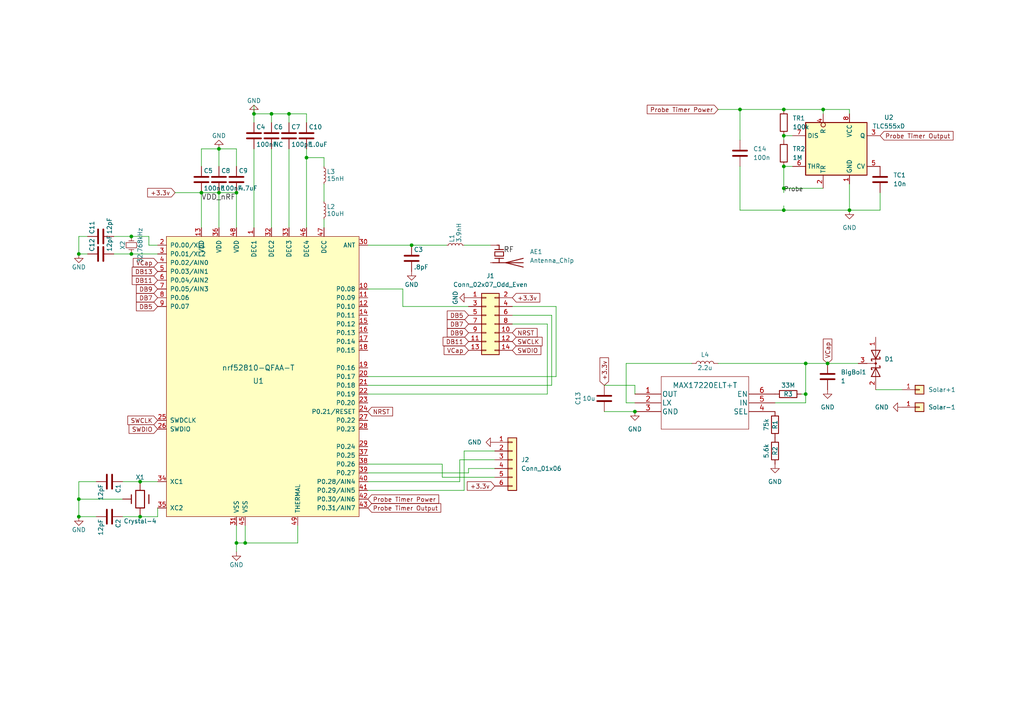
<source format=kicad_sch>
(kicad_sch (version 20211123) (generator eeschema)
  (paper "A4")
  (lib_symbols
    (symbol "Connector_Generic:Conn_01x01" (pin_names (offset 1.016) hide)
      (property "Reference" "J" (at 0 2.54 0))
      (property "Value" "Conn_01x01" (at 0 -2.54 0))
      (symbol "Conn_01x01_1_1"
        (rectangle (start -1.27 0.127) (end 0 -0.127) (stroke (width 0.1524)))
        (rectangle (start -1.27 1.27) (end 1.27 -1.27) (stroke (width 0.254)) (fill (type background)))
        (pin passive line (at -5.08 0 0) (length 3.81) (name "Pin_1") (number "1"))
      )
    )
    (symbol "Connector_Generic:Conn_01x06" (pin_names (offset 1.016) hide)
      (property "Reference" "J" (at 0 7.62 0))
      (property "Value" "Conn_01x06" (at 0 -10.16 0))
      (symbol "Conn_01x06_1_1"
        (rectangle (start -1.27 -7.493) (end 0 -7.747) (stroke (width 0.1524)))
        (rectangle (start -1.27 -4.953) (end 0 -5.207) (stroke (width 0.1524)))
        (rectangle (start -1.27 -2.413) (end 0 -2.667) (stroke (width 0.1524)))
        (rectangle (start -1.27 0.127) (end 0 -0.127) (stroke (width 0.1524)))
        (rectangle (start -1.27 2.667) (end 0 2.413) (stroke (width 0.1524)))
        (rectangle (start -1.27 5.207) (end 0 4.953) (stroke (width 0.1524)))
        (rectangle (start -1.27 6.35) (end 1.27 -8.89) (stroke (width 0.254)) (fill (type background)))
        (pin passive line (at -5.08 5.08 0) (length 3.81) (name "Pin_1") (number "1"))
        (pin passive line (at -5.08 2.54 0) (length 3.81) (name "Pin_2") (number "2"))
        (pin passive line (at -5.08 0 0) (length 3.81) (name "Pin_3") (number "3"))
        (pin passive line (at -5.08 -2.54 0) (length 3.81) (name "Pin_4") (number "4"))
        (pin passive line (at -5.08 -5.08 0) (length 3.81) (name "Pin_5") (number "5"))
        (pin passive line (at -5.08 -7.62 0) (length 3.81) (name "Pin_6") (number "6"))
      )
    )
    (symbol "Connector_Generic:Conn_02x07_Odd_Even" (pin_names (offset 1.016) hide)
      (property "Reference" "J" (at 1.27 10.16 0))
      (property "Value" "Conn_02x07_Odd_Even" (at 1.27 -10.16 0))
      (symbol "Conn_02x07_Odd_Even_1_1"
        (rectangle (start -1.27 -7.493) (end 0 -7.747) (stroke (width 0.1524)))
        (rectangle (start -1.27 -4.953) (end 0 -5.207) (stroke (width 0.1524)))
        (rectangle (start -1.27 -2.413) (end 0 -2.667) (stroke (width 0.1524)))
        (rectangle (start -1.27 0.127) (end 0 -0.127) (stroke (width 0.1524)))
        (rectangle (start -1.27 2.667) (end 0 2.413) (stroke (width 0.1524)))
        (rectangle (start -1.27 5.207) (end 0 4.953) (stroke (width 0.1524)))
        (rectangle (start -1.27 7.747) (end 0 7.493) (stroke (width 0.1524)))
        (rectangle (start -1.27 8.89) (end 3.81 -8.89) (stroke (width 0.254)) (fill (type background)))
        (rectangle (start 3.81 -7.493) (end 2.54 -7.747) (stroke (width 0.1524)))
        (rectangle (start 3.81 -4.953) (end 2.54 -5.207) (stroke (width 0.1524)))
        (rectangle (start 3.81 -2.413) (end 2.54 -2.667) (stroke (width 0.1524)))
        (rectangle (start 3.81 0.127) (end 2.54 -0.127) (stroke (width 0.1524)))
        (rectangle (start 3.81 2.667) (end 2.54 2.413) (stroke (width 0.1524)))
        (rectangle (start 3.81 5.207) (end 2.54 4.953) (stroke (width 0.1524)))
        (rectangle (start 3.81 7.747) (end 2.54 7.493) (stroke (width 0.1524)))
        (pin passive line (at -5.08 7.62 0) (length 3.81) (name "Pin_1") (number "1"))
        (pin passive line (at 7.62 -2.54 180) (length 3.81) (name "Pin_10") (number "10"))
        (pin passive line (at -5.08 -5.08 0) (length 3.81) (name "Pin_11") (number "11"))
        (pin passive line (at 7.62 -5.08 180) (length 3.81) (name "Pin_12") (number "12"))
        (pin passive line (at -5.08 -7.62 0) (length 3.81) (name "Pin_13") (number "13"))
        (pin passive line (at 7.62 -7.62 180) (length 3.81) (name "Pin_14") (number "14"))
        (pin passive line (at 7.62 7.62 180) (length 3.81) (name "Pin_2") (number "2"))
        (pin passive line (at -5.08 5.08 0) (length 3.81) (name "Pin_3") (number "3"))
        (pin passive line (at 7.62 5.08 180) (length 3.81) (name "Pin_4") (number "4"))
        (pin passive line (at -5.08 2.54 0) (length 3.81) (name "Pin_5") (number "5"))
        (pin passive line (at 7.62 2.54 180) (length 3.81) (name "Pin_6") (number "6"))
        (pin passive line (at -5.08 0 0) (length 3.81) (name "Pin_7") (number "7"))
        (pin passive line (at 7.62 0 180) (length 3.81) (name "Pin_8") (number "8"))
        (pin passive line (at -5.08 -2.54 0) (length 3.81) (name "Pin_9") (number "9"))
      )
    )
    (symbol "Custom_Symbols:MAX17220ELT+T" (pin_names (offset 0.254))
      (property "Reference" "U" (at 20.32 10.16 0))
      (property "Value" "MAX17220ELT+T" (at 20.32 7.62 0))
      (symbol "MAX17220ELT+T_1_1"
        (polyline (pts (xy 7.62 -10.16) (xy 33.02 -10.16)) (stroke (width 0.127)))
        (polyline (pts (xy 7.62 5.08) (xy 7.62 -10.16)) (stroke (width 0.127)))
        (polyline (pts (xy 33.02 -10.16) (xy 33.02 5.08)) (stroke (width 0.127)))
        (polyline (pts (xy 33.02 5.08) (xy 7.62 5.08)) (stroke (width 0.127)))
        (pin output line (at 0 0 0) (length 7.62) (name "OUT") (number "1"))
        (pin unspecified line (at 0 -2.54 0) (length 7.62) (name "LX") (number "2"))
        (pin power_in line (at 0 -5.08 0) (length 7.62) (name "GND") (number "3"))
        (pin output line (at 40.64 -5.08 180) (length 7.62) (name "SEL") (number "4"))
        (pin input line (at 40.64 -2.54 180) (length 7.62) (name "IN") (number "5"))
        (pin input line (at 40.64 0 180) (length 7.62) (name "EN") (number "6"))
      )
    )
    (symbol "Device:Antenna_Chip" (pin_numbers hide) (pin_names (offset 1.016) hide)
      (property "Reference" "AE" (at 0 5.08 0))
      (property "Value" "Antenna_Chip" (at 0 3.175 0))
      (symbol "Antenna_Chip_0_1"
        (polyline (pts (xy -2.54 0) (xy -2.54 -0.635)) (stroke (width 0.254)))
        (polyline (pts (xy -2.54 0) (xy -1.27 0)) (stroke (width 0.254)))
        (polyline (pts (xy 1.27 0) (xy 2.54 0)) (stroke (width 0.254)))
        (polyline (pts (xy 1.27 1.27) (xy 1.27 -1.27)) (stroke (width 0.254)))
        (polyline (pts (xy 2.54 -0.635) (xy 2.54 0)))
        (polyline (pts (xy 2.54 6.985) (xy 2.54 -1.905)) (stroke (width 0.254)))
        (polyline (pts (xy -1.27 1.27) (xy -1.27 -1.27) (xy -1.27 0)) (stroke (width 0.254)))
        (polyline (pts (xy 3.81 6.985) (xy 2.54 1.905) (xy 1.27 6.985)) (stroke (width 0.254)))
        (polyline (pts (xy -0.635 1.27) (xy 0.635 1.27) (xy 0.635 -1.27) (xy -0.635 -1.27) (xy -0.635 1.27)) (stroke (width 0.254)))
      )
      (symbol "Antenna_Chip_1_1"
        (pin input line (at -2.54 -2.54 90) (length 2.54) (name "FEED") (number "1"))
        (pin passive line (at 2.54 -2.54 90) (length 2.54) (name "PCB_Trace") (number "2"))
      )
    )
    (symbol "Device:C" (pin_numbers hide) (pin_names (offset 0.254))
      (property "Reference" "C" (at 0.635 2.54 0))
      (property "Value" "C" (at 0.635 -2.54 0))
      (symbol "C_0_1"
        (polyline (pts (xy -2.032 -0.762) (xy 2.032 -0.762)) (stroke (width 0.508)))
        (polyline (pts (xy -2.032 0.762) (xy 2.032 0.762)) (stroke (width 0.508)))
      )
      (symbol "C_1_1"
        (pin passive line (at 0 3.81 270) (length 2.794) (name "~") (number "1"))
        (pin passive line (at 0 -3.81 90) (length 2.794) (name "~") (number "2"))
      )
    )
    (symbol "Device:D_Schottky_Dual_CommonCathode_AAK" (pin_names (offset 0.762) hide)
      (property "Reference" "D" (at 1.27 -2.54 0))
      (property "Value" "D_Schottky_Dual_CommonCathode_AAK" (at 0 2.54 0))
      (symbol "D_Schottky_Dual_CommonCathode_AAK_0_1"
        (polyline (pts (xy -3.81 0) (xy 3.81 0)))
        (polyline (pts (xy 0 0) (xy 0 -2.54)))
        (polyline (pts (xy -1.27 -1.27) (xy -1.27 1.27) (xy -1.27 1.27)) (stroke (width 0.254)))
        (polyline (pts (xy 1.27 -1.27) (xy 1.27 1.27) (xy 1.27 1.27)) (stroke (width 0.254)))
        (polyline (pts (xy -1.27 -1.27) (xy -0.762 -1.27) (xy -0.762 -1.016) (xy -0.762 -1.016)) (stroke (width 0.254)))
        (polyline (pts (xy 1.27 -1.27) (xy 1.778 -1.27) (xy 1.778 -1.016) (xy 1.778 -1.016)) (stroke (width 0.254)))
        (polyline (pts (xy 1.27 1.27) (xy 0.762 1.27) (xy 0.762 1.016) (xy 0.762 1.016)) (stroke (width 0.254)))
        (polyline (pts (xy -1.778 1.016) (xy -1.778 1.27) (xy -1.27 1.27) (xy -1.27 1.27) (xy -1.27 1.27)) (stroke (width 0.254)))
        (polyline (pts (xy -3.81 1.27) (xy -1.27 0) (xy -3.81 -1.27) (xy -3.81 1.27) (xy -3.81 1.27) (xy -3.81 1.27)) (stroke (width 0.254)))
        (polyline (pts (xy 3.81 -1.27) (xy 1.27 0) (xy 3.81 1.27) (xy 3.81 -1.27) (xy 3.81 -1.27) (xy 3.81 -1.27)) (stroke (width 0.254)))
        (circle (center 0 0) (radius 0.254) (fill (type outline)))
        (pin passive line (at -7.62 0 0) (length 3.81) (name "A") (number "1"))
        (pin passive line (at 7.62 0 180) (length 3.81) (name "A") (number "2"))
        (pin passive line (at 0 -5.08 90) (length 2.54) (name "K") (number "3"))
      )
    )
    (symbol "Device:L" (pin_numbers hide) (pin_names (offset 1.016) hide)
      (property "Reference" "L" (at -1.27 0 90))
      (property "Value" "L" (at 1.905 0 90))
      (symbol "L_0_1"
        (arc (start 0 -2.54) (mid 0.635 -1.905) (end 0 -1.27))
        (arc (start 0 -1.27) (mid 0.635 -0.635) (end 0 0))
        (arc (start 0 0) (mid 0.635 0.635) (end 0 1.27))
        (arc (start 0 1.27) (mid 0.635 1.905) (end 0 2.54))
      )
      (symbol "L_1_1"
        (pin passive line (at 0 3.81 270) (length 1.27) (name "1") (number "1"))
        (pin passive line (at 0 -3.81 90) (length 1.27) (name "2") (number "2"))
      )
    )
    (symbol "Device:R" (pin_numbers hide) (pin_names (offset 0))
      (property "Reference" "R" (at 2.032 0 90))
      (property "Value" "R" (at 0 0 90))
      (symbol "R_0_1"
        (rectangle (start -1.016 -2.54) (end 1.016 2.54) (stroke (width 0.254)))
      )
      (symbol "R_1_1"
        (pin passive line (at 0 3.81 270) (length 1.27) (name "~") (number "1"))
        (pin passive line (at 0 -3.81 90) (length 1.27) (name "~") (number "2"))
      )
    )
    (symbol "GND_1" (power) (pin_names (offset 0))
      (property "Value" "GND_1" (at 0 -3.81 0))
      (symbol "GND_1_0_1"
        (polyline (pts (xy 0 0) (xy 0 -1.27) (xy 1.27 -1.27) (xy 0 -2.54) (xy -1.27 -1.27) (xy 0 -1.27)))
      )
      (symbol "GND_1_1_1"
        (pin power_in line (at 0 0 270) (length 0) hide (name "GND") (number "1"))
      )
    )
    (symbol "Timer:TLC555xD"
      (property "Reference" "U1" (at 15.24 9.1188 0))
      (property "Value" "TLC555xD" (at 15.24 6.5788 0))
      (symbol "TLC555xD_0_0"
        (pin power_in line (at 3.81 -10.16 90) (length 2.54) (name "GND") (number "1"))
        (pin power_in line (at 3.81 10.16 270) (length 2.54) (name "VCC") (number "8"))
      )
      (symbol "TLC555xD_0_1"
        (rectangle (start -8.89 -7.62) (end 8.89 7.62) (stroke (width 0.254)) (fill (type background)))
        (rectangle (start -8.89 -7.62) (end 8.89 7.62) (stroke (width 0.254)) (fill (type background)))
      )
      (symbol "TLC555xD_1_1"
        (pin input line (at -3.81 -11.43 90) (length 3.81) (name "TR") (number "2"))
        (pin output line (at 12.7 3.81 180) (length 3.81) (name "Q") (number "3"))
        (pin input inverted (at -3.81 10.16 270) (length 3.81) (name "R") (number "4"))
        (pin input line (at 12.7 -5.08 180) (length 3.81) (name "CV") (number "5"))
        (pin input line (at -12.7 -5.08 0) (length 3.81) (name "THR") (number "6"))
        (pin input line (at -12.7 3.81 0) (length 3.81) (name "DIS") (number "7"))
      )
    )
    (symbol "nrf51822:Crystal-4" (pin_numbers hide) (pin_names (offset 1.016) hide)
      (property "Reference" "X" (at 0 6.35 0))
      (property "Value" "Crystal-4" (at 0 -6.35 0))
      (symbol "Crystal-4_0_1"
        (rectangle (start -1.27 2.54) (end 1.27 -2.54) (stroke (width 0.3048)))
        (polyline (pts (xy -2.54 -1.27) (xy -2.54 1.27)) (stroke (width 0.3048)))
        (polyline (pts (xy 2.54 -1.27) (xy 2.54 1.27)) (stroke (width 0.3048)))
      )
      (symbol "Crystal-4_1_1"
        (pin passive line (at 0 5.08 270) (length 2.54) (name "1") (number "1"))
        (pin passive line (at -5.08 0 0) (length 2.54) (name "4") (number "2"))
        (pin passive line (at 0 -5.08 90) (length 2.54) (name "3") (number "3"))
        (pin passive line (at -5.08 0 0) (length 2.54) (name "4") (number "4"))
      )
    )
    (symbol "nrf51822:nrf52832-qfax" (pin_names (offset 1.016))
      (property "Reference" "U" (at -1.27 -1.27 0))
      (property "Value" "nrf52832-qfax" (at -1.27 2.54 0))
      (symbol "nrf52832-qfax_0_1"
        (rectangle (start -27.94 40.64) (end 27.94 -40.64) (fill (type background)))
      )
      (symbol "nrf52832-qfax_1_1"
        (pin power_in line (at -2.54 43.18 270) (length 2.54) (name "DEC1") (number "1"))
        (pin bidirectional line (at 30.48 25.4 180) (length 2.54) (name "P0.08") (number "10"))
        (pin bidirectional line (at 30.48 22.86 180) (length 2.54) (name "P0.09") (number "11"))
        (pin bidirectional line (at 30.48 20.32 180) (length 2.54) (name "P0.10") (number "12"))
        (pin power_in line (at -17.78 43.18 270) (length 2.54) (name "VDD") (number "13"))
        (pin bidirectional line (at 30.48 17.78 180) (length 2.54) (name "P0.11") (number "14"))
        (pin bidirectional line (at 30.48 15.24 180) (length 2.54) (name "P0.12") (number "15"))
        (pin bidirectional line (at 30.48 12.7 180) (length 2.54) (name "P0.13") (number "16"))
        (pin bidirectional line (at 30.48 10.16 180) (length 2.54) (name "P0.14") (number "17"))
        (pin bidirectional line (at 30.48 7.62 180) (length 2.54) (name "P0.15") (number "18"))
        (pin bidirectional line (at 30.48 2.54 180) (length 2.54) (name "P0.16") (number "19"))
        (pin bidirectional line (at -30.48 38.1 0) (length 2.54) (name "P0.00/XL1") (number "2"))
        (pin bidirectional line (at 30.48 0 180) (length 2.54) (name "P0.17") (number "20"))
        (pin bidirectional line (at 30.48 -2.54 180) (length 2.54) (name "P0.18") (number "21"))
        (pin bidirectional line (at 30.48 -5.08 180) (length 2.54) (name "P0.19") (number "22"))
        (pin bidirectional line (at 30.48 -7.62 180) (length 2.54) (name "P0.20") (number "23"))
        (pin bidirectional line (at 30.48 -10.16 180) (length 2.54) (name "P0.21/RESET") (number "24"))
        (pin input line (at -30.48 -12.7 0) (length 2.54) (name "SWDCLK") (number "25"))
        (pin input line (at -30.48 -15.24 0) (length 2.54) (name "SWDIO") (number "26"))
        (pin bidirectional line (at 30.48 -12.7 180) (length 2.54) (name "P0.22") (number "27"))
        (pin bidirectional line (at 30.48 -15.24 180) (length 2.54) (name "P0.23") (number "28"))
        (pin bidirectional line (at 30.48 -20.32 180) (length 2.54) (name "P0.24") (number "29"))
        (pin bidirectional line (at -30.48 35.56 0) (length 2.54) (name "P0.01/XL2") (number "3"))
        (pin bidirectional line (at 30.48 38.1 180) (length 2.54) (name "ANT") (number "30"))
        (pin power_in line (at -7.62 -43.18 90) (length 2.54) (name "VSS") (number "31"))
        (pin power_in line (at 2.54 43.18 270) (length 2.54) (name "DEC2") (number "32"))
        (pin power_in line (at 7.62 43.18 270) (length 2.54) (name "DEC3") (number "33"))
        (pin input line (at -30.48 -30.48 0) (length 2.54) (name "XC1") (number "34"))
        (pin output line (at -30.48 -38.1 0) (length 2.54) (name "XC2") (number "35"))
        (pin power_in line (at -12.7 43.18 270) (length 2.54) (name "VDD") (number "36"))
        (pin bidirectional line (at 30.48 -22.86 180) (length 2.54) (name "P0.25") (number "37"))
        (pin bidirectional line (at 30.48 -25.4 180) (length 2.54) (name "P0.26") (number "38"))
        (pin bidirectional line (at 30.48 -27.94 180) (length 2.54) (name "P0.27") (number "39"))
        (pin bidirectional line (at -30.48 33.02 0) (length 2.54) (name "P0.02/AIN0") (number "4"))
        (pin bidirectional line (at 30.48 -30.48 180) (length 2.54) (name "P0.28/AIN4") (number "40"))
        (pin bidirectional line (at 30.48 -33.02 180) (length 2.54) (name "P0.29/AIN5") (number "41"))
        (pin bidirectional line (at 30.48 -35.56 180) (length 2.54) (name "P0.30/AIN6") (number "42"))
        (pin bidirectional line (at 30.48 -38.1 180) (length 2.54) (name "P0.31/AIN7") (number "43"))
        (pin power_in line (at -16.51 -43.18 90) (length 2.54) hide (name "NC") (number "44"))
        (pin power_in line (at -5.08 -43.18 90) (length 2.54) (name "VSS") (number "45"))
        (pin power_in line (at 12.7 43.18 270) (length 2.54) (name "DEC4") (number "46"))
        (pin power_in line (at 17.78 43.18 270) (length 2.54) (name "DCC") (number "47"))
        (pin power_in line (at -7.62 43.18 270) (length 2.54) (name "VDD") (number "48"))
        (pin power_in line (at 10.16 -43.18 90) (length 2.54) (name "THERMAL") (number "49"))
        (pin bidirectional line (at -30.48 30.48 0) (length 2.54) (name "P0.03/AIN1") (number "5"))
        (pin bidirectional line (at -30.48 27.94 0) (length 2.54) (name "P0.04/AIN2") (number "6"))
        (pin bidirectional line (at -30.48 25.4 0) (length 2.54) (name "P0.05/AIN3") (number "7"))
        (pin bidirectional line (at -30.48 22.86 0) (length 2.54) (name "P0.06") (number "8"))
        (pin bidirectional line (at -30.48 20.32 0) (length 2.54) (name "P0.07") (number "9"))
      )
    )
    (symbol "nrf51x22_qfax_dcdc-rescue:C" (pin_numbers hide) (pin_names (offset 0.254))
      (property "Reference" "C" (at 0.635 2.54 0))
      (property "Value" "C" (at 0.635 -2.54 0))
      (symbol "C_0_1"
        (polyline (pts (xy -2.032 -0.762) (xy 2.032 -0.762)) (stroke (width 0.508)))
        (polyline (pts (xy -2.032 0.762) (xy 2.032 0.762)) (stroke (width 0.508)))
      )
      (symbol "C_1_1"
        (pin passive line (at 0 3.81 270) (length 2.794) (name "~") (number "1"))
        (pin passive line (at 0 -3.81 90) (length 2.794) (name "~") (number "2"))
      )
    )
    (symbol "nrf51x22_qfax_dcdc-rescue:Crystal_Small" (pin_numbers hide) (pin_names (offset 1.016) hide)
      (property "Reference" "Y" (at 0 2.54 0))
      (property "Value" "Crystal_Small" (at 0 -2.54 0))
      (symbol "Crystal_Small_0_1"
        (rectangle (start -0.762 -1.524) (end 0.762 1.524))
        (polyline (pts (xy -1.27 -0.762) (xy -1.27 0.762)))
        (polyline (pts (xy 1.27 -0.762) (xy 1.27 0.762)))
      )
      (symbol "Crystal_Small_1_1"
        (pin passive line (at -2.54 0 0) (length 1.27) (name "1") (number "1"))
        (pin passive line (at 2.54 0 180) (length 1.27) (name "2") (number "2"))
      )
    )
    (symbol "nrf51x22_qfax_dcdc-rescue:GND" (power) (pin_names (offset 0))
      (property "Value" "GND" (at 0 -3.81 0))
      (symbol "GND_0_1"
        (polyline (pts (xy 0 0) (xy 0 -1.27) (xy 1.27 -1.27) (xy 0 -2.54) (xy -1.27 -1.27) (xy 0 -1.27)))
      )
      (symbol "GND_1_1"
        (pin power_in line (at 0 0 270) (length 0) hide (name "GND") (number "1"))
      )
    )
    (symbol "nrf51x22_qfax_dcdc-rescue:L_Small" (pin_numbers hide) (pin_names (offset 0.254) hide)
      (property "Reference" "L" (at 0.762 1.016 0))
      (property "Value" "L_Small" (at 0.762 -1.016 0))
      (symbol "L_Small_0_1"
        (arc (start 0 -2.032) (mid 0.508 -1.524) (end 0 -1.016))
        (arc (start 0 -1.016) (mid 0.508 -0.508) (end 0 0))
        (arc (start 0 0) (mid 0.508 0.508) (end 0 1.016))
        (arc (start 0 1.016) (mid 0.508 1.524) (end 0 2.032))
      )
      (symbol "L_Small_1_1"
        (pin passive line (at 0 2.54 270) (length 0.508) (name "~") (number "1"))
        (pin passive line (at 0 -2.54 90) (length 0.508) (name "~") (number "2"))
      )
    )
    (symbol "power:GND" (power) (pin_names (offset 0))
      (property "Value" "GND" (at 0 -3.81 0))
      (symbol "GND_0_1"
        (polyline (pts (xy 0 0) (xy 0 -1.27) (xy 1.27 -1.27) (xy 0 -2.54) (xy -1.27 -1.27) (xy 0 -1.27)))
      )
      (symbol "GND_1_1"
        (pin power_in line (at 0 0 270) (length 0) hide (name "GND") (number "1"))
      )
    )
  )
  (junction (at 68.58 157.48))
  (junction (at 73.66 33.02))
  (junction (at 227.33 48.26))
  (junction (at 63.5 55.88))
  (junction (at 38.1 73.66))
  (junction (at 38.1 68.58))
  (junction (at 233.68 105.41))
  (junction (at 227.33 60.96))
  (junction (at 68.58 55.88))
  (junction (at 63.5 43.18))
  (junction (at 184.15 119.38))
  (junction (at 83.82 33.02))
  (junction (at 233.68 114.3))
  (junction (at 71.12 157.48))
  (junction (at 246.38 60.96))
  (junction (at 214.63 31.75))
  (junction (at 227.33 31.75))
  (junction (at 40.64 149.86))
  (junction (at 227.33 39.37))
  (junction (at 119.38 71.12))
  (junction (at 88.9 45.72))
  (junction (at 238.76 31.75))
  (junction (at 40.64 139.7))
  (junction (at 240.03 105.41))
  (junction (at 78.74 33.02))
  (junction (at 58.42 55.88))
  (junction (at 227.33 54.61))
  (junction (at 22.86 144.78))
  (junction (at 22.86 73.66))
  (junction (at 22.86 149.86))
  (wire (pts (xy 233.68 114.3) (xy 233.68 105.41)))
  (wire (pts (xy 33.02 73.66) (xy 38.1 73.66)))
  (wire (pts (xy 175.26 119.38) (xy 184.15 119.38)))
  (wire (pts (xy 160.02 91.44) (xy 148.59 91.44)))
  (wire (pts (xy 58.42 48.26) (xy 58.42 43.18)))
  (wire (pts (xy 68.58 157.48) (xy 68.58 160.02)))
  (wire (pts (xy 71.12 152.4) (xy 71.12 157.48)))
  (wire (pts (xy 83.82 43.18) (xy 83.82 66.04)))
  (wire (pts (xy 233.68 105.41) (xy 240.03 105.41)))
  (wire (pts (xy 106.68 134.62) (xy 128.27 134.62)))
  (wire (pts (xy 83.82 33.02) (xy 83.82 35.56)))
  (wire (pts (xy 63.5 43.18) (xy 68.58 43.18)))
  (wire (pts (xy 134.62 130.81) (xy 143.51 130.81)))
  (wire (pts (xy 224.79 116.84) (xy 233.68 116.84)))
  (wire (pts (xy 240.03 105.41) (xy 248.92 105.41)))
  (wire (pts (xy 233.68 105.41) (xy 208.28 105.41)))
  (wire (pts (xy 238.76 54.61) (xy 227.33 54.61)))
  (wire (pts (xy 181.61 116.84) (xy 181.61 105.41)))
  (wire (pts (xy 40.64 139.7) (xy 45.72 139.7)))
  (wire (pts (xy 133.35 133.35) (xy 143.51 133.35)))
  (wire (pts (xy 227.33 54.61) (xy 227.33 48.26)))
  (wire (pts (xy 93.98 53.34) (xy 93.98 58.42)))
  (wire (pts (xy 63.5 48.26) (xy 63.5 43.18)))
  (wire (pts (xy 73.66 33.02) (xy 78.74 33.02)))
  (wire (pts (xy 227.33 60.96) (xy 246.38 60.96)))
  (wire (pts (xy 227.33 59.69) (xy 227.33 60.96)))
  (wire (pts (xy 106.68 137.16) (xy 135.89 137.16)))
  (wire (pts (xy 68.58 152.4) (xy 68.58 157.48)))
  (wire (pts (xy 93.98 45.72) (xy 93.98 48.26)))
  (wire (pts (xy 73.66 43.18) (xy 73.66 66.04)))
  (wire (pts (xy 22.86 149.86) (xy 27.94 149.86)))
  (wire (pts (xy 184.15 111.76) (xy 175.26 111.76)))
  (wire (pts (xy 43.18 68.58) (xy 38.1 68.58)))
  (wire (pts (xy 22.86 139.7) (xy 22.86 144.78)))
  (wire (pts (xy 227.33 39.37) (xy 229.87 39.37)))
  (wire (pts (xy 184.15 116.84) (xy 181.61 116.84)))
  (wire (pts (xy 227.33 48.26) (xy 229.87 48.26)))
  (wire (pts (xy 93.98 45.72) (xy 88.9 45.72)))
  (wire (pts (xy 78.74 43.18) (xy 78.74 66.04)))
  (wire (pts (xy 25.4 68.58) (xy 22.86 68.58)))
  (wire (pts (xy 45.72 149.86) (xy 45.72 147.32)))
  (wire (pts (xy 38.1 73.66) (xy 45.72 73.66)))
  (wire (pts (xy 73.66 33.02) (xy 73.66 35.56)))
  (wire (pts (xy 88.9 33.02) (xy 88.9 35.56)))
  (wire (pts (xy 128.27 134.62) (xy 128.27 138.43)))
  (wire (pts (xy 35.56 139.7) (xy 40.64 139.7)))
  (wire (pts (xy 246.38 60.96) (xy 246.38 53.34)))
  (wire (pts (xy 40.64 149.86) (xy 45.72 149.86)))
  (wire (pts (xy 214.63 60.96) (xy 227.33 60.96)))
  (wire (pts (xy 88.9 43.18) (xy 88.9 45.72)))
  (wire (pts (xy 58.42 43.18) (xy 63.5 43.18)))
  (wire (pts (xy 135.89 137.16) (xy 135.89 135.89)))
  (wire (pts (xy 38.1 68.58) (xy 33.02 68.58)))
  (wire (pts (xy 88.9 45.72) (xy 88.9 66.04)))
  (wire (pts (xy 181.61 105.41) (xy 200.66 105.41)))
  (wire (pts (xy 116.84 83.82) (xy 116.84 88.9)))
  (wire (pts (xy 119.38 71.12) (xy 129.54 71.12)))
  (wire (pts (xy 106.68 109.22) (xy 161.29 109.22)))
  (wire (pts (xy 43.18 71.12) (xy 43.18 68.58)))
  (wire (pts (xy 106.68 71.12) (xy 119.38 71.12)))
  (wire (pts (xy 68.58 43.18) (xy 68.58 48.26)))
  (wire (pts (xy 106.68 83.82) (xy 116.84 83.82)))
  (wire (pts (xy 134.62 142.24) (xy 134.62 130.81)))
  (wire (pts (xy 106.68 111.76) (xy 160.02 111.76)))
  (wire (pts (xy 35.56 144.78) (xy 22.86 144.78)))
  (wire (pts (xy 246.38 31.75) (xy 238.76 31.75)))
  (wire (pts (xy 214.63 31.75) (xy 214.63 40.64)))
  (wire (pts (xy 232.41 114.3) (xy 233.68 114.3)))
  (wire (pts (xy 134.62 71.12) (xy 142.24 71.12)))
  (wire (pts (xy 78.74 33.02) (xy 83.82 33.02)))
  (wire (pts (xy 93.98 66.04) (xy 93.98 63.5)))
  (wire (pts (xy 238.76 31.75) (xy 227.33 31.75)))
  (wire (pts (xy 208.28 31.75) (xy 214.63 31.75)))
  (wire (pts (xy 255.27 55.88) (xy 255.27 60.96)))
  (wire (pts (xy 128.27 138.43) (xy 143.51 138.43)))
  (wire (pts (xy 63.5 55.88) (xy 68.58 55.88)))
  (wire (pts (xy 214.63 48.26) (xy 214.63 60.96)))
  (wire (pts (xy 35.56 149.86) (xy 40.64 149.86)))
  (wire (pts (xy 227.33 39.37) (xy 227.33 40.64)))
  (wire (pts (xy 22.86 68.58) (xy 22.86 73.66)))
  (wire (pts (xy 63.5 66.04) (xy 63.5 55.88)))
  (wire (pts (xy 106.68 139.7) (xy 133.35 139.7)))
  (wire (pts (xy 58.42 66.04) (xy 58.42 55.88)))
  (wire (pts (xy 78.74 33.02) (xy 78.74 35.56)))
  (wire (pts (xy 68.58 157.48) (xy 71.12 157.48)))
  (wire (pts (xy 106.68 114.3) (xy 158.75 114.3)))
  (wire (pts (xy 158.75 114.3) (xy 158.75 93.98)))
  (wire (pts (xy 45.72 71.12) (xy 43.18 71.12)))
  (wire (pts (xy 106.68 142.24) (xy 134.62 142.24)))
  (wire (pts (xy 158.75 93.98) (xy 148.59 93.98)))
  (wire (pts (xy 27.94 139.7) (xy 22.86 139.7)))
  (wire (pts (xy 255.27 60.96) (xy 246.38 60.96)))
  (wire (pts (xy 133.35 139.7) (xy 133.35 133.35)))
  (wire (pts (xy 58.42 55.88) (xy 63.5 55.88)))
  (wire (pts (xy 233.68 116.84) (xy 233.68 114.3)))
  (wire (pts (xy 184.15 114.3) (xy 184.15 111.76)))
  (wire (pts (xy 238.76 31.75) (xy 238.76 33.02)))
  (wire (pts (xy 68.58 55.88) (xy 68.58 66.04)))
  (wire (pts (xy 227.33 54.61) (xy 227.33 55.88)))
  (wire (pts (xy 86.36 157.48) (xy 86.36 152.4)))
  (wire (pts (xy 214.63 31.75) (xy 227.33 31.75)))
  (wire (pts (xy 161.29 109.22) (xy 161.29 88.9)))
  (wire (pts (xy 83.82 33.02) (xy 88.9 33.02)))
  (wire (pts (xy 135.89 135.89) (xy 143.51 135.89)))
  (wire (pts (xy 254 113.03) (xy 261.62 113.03)))
  (wire (pts (xy 71.12 157.48) (xy 86.36 157.48)))
  (wire (pts (xy 246.38 33.02) (xy 246.38 31.75)))
  (wire (pts (xy 160.02 111.76) (xy 160.02 91.44)))
  (wire (pts (xy 22.86 73.66) (xy 25.4 73.66)))
  (wire (pts (xy 116.84 88.9) (xy 135.89 88.9)))
  (wire (pts (xy 50.8 55.88) (xy 58.42 55.88)))
  (wire (pts (xy 73.66 30.48) (xy 73.66 33.02)))
  (wire (pts (xy 22.86 144.78) (xy 22.86 149.86)))
  (wire (pts (xy 161.29 88.9) (xy 148.59 88.9)))
  (label "RF" (at 146.05 73.66 0) (effects (font (size 1.524 1.524))))
  (label "Probe" (at 227.33 55.88 0))
  (label "VDD_nRF" (at 58.42 58.42 0) (effects (font (size 1.524 1.524))))
  (global_label "SWDIO" (shape input) (at 45.72 124.46 180) (property "Intersheet References" "${INTERSHEET_REFS}" (effects hide)))
  (global_label "DB11" (shape input) (at 135.89 99.06 180) (property "Intersheet References" "${INTERSHEET_REFS}" (effects hide)))
  (global_label "DB11" (shape input) (at 45.72 81.28 180) (property "Intersheet References" "${INTERSHEET_REFS}" (effects hide)))
  (global_label "VCap" (shape input) (at 45.72 76.2 180) (property "Intersheet References" "${INTERSHEET_REFS}" (effects hide)))
  (global_label "VCap" (shape input) (at 240.03 105.41 90) (property "Intersheet References" "${INTERSHEET_REFS}" (effects hide)))
  (global_label "NRST" (shape input) (at 148.59 96.52 0) (property "Intersheet References" "${INTERSHEET_REFS}" (effects hide)))
  (global_label "+3.3v" (shape input) (at 143.51 140.97 180) (property "Intersheet References" "${INTERSHEET_REFS}" (effects hide)))
  (global_label "+3.3v" (shape input) (at 175.26 111.76 90) (property "Intersheet References" "${INTERSHEET_REFS}" (effects hide)))
  (global_label "SWDIO" (shape input) (at 148.59 101.6 0) (property "Intersheet References" "${INTERSHEET_REFS}" (effects hide)))
  (global_label "DB5" (shape input) (at 135.89 91.44 180) (property "Intersheet References" "${INTERSHEET_REFS}" (effects hide)))
  (global_label "DB9" (shape input) (at 135.89 96.52 180) (property "Intersheet References" "${INTERSHEET_REFS}" (effects hide)))
  (global_label "SWCLK" (shape input) (at 148.59 99.06 0) (property "Intersheet References" "${INTERSHEET_REFS}" (effects hide)))
  (global_label "NRST" (shape input) (at 106.68 119.38 0) (property "Intersheet References" "${INTERSHEET_REFS}" (effects hide)))
  (global_label "VCap" (shape input) (at 135.89 101.6 180) (property "Intersheet References" "${INTERSHEET_REFS}" (effects hide)))
  (global_label "+3.3v" (shape input) (at 50.8 55.88 180) (property "Intersheet References" "${INTERSHEET_REFS}" (effects hide)))
  (global_label "Probe Timer Power" (shape input) (at 106.68 144.78 0) (property "Intersheet References" "${INTERSHEET_REFS}" (effects hide)))
  (global_label "DB13" (shape input) (at 45.72 78.74 180) (property "Intersheet References" "${INTERSHEET_REFS}" (effects hide)))
  (global_label "Probe Timer Power" (shape input) (at 208.28 31.75 180) (property "Intersheet References" "${INTERSHEET_REFS}" (effects hide)))
  (global_label "DB5" (shape input) (at 45.72 88.9 180) (property "Intersheet References" "${INTERSHEET_REFS}" (effects hide)))
  (global_label "+3.3v" (shape input) (at 148.59 86.36 0) (property "Intersheet References" "${INTERSHEET_REFS}" (effects hide)))
  (global_label "Probe Timer Output" (shape input) (at 106.68 147.32 0) (property "Intersheet References" "${INTERSHEET_REFS}" (effects hide)))
  (global_label "DB7" (shape input) (at 45.72 86.36 180) (property "Intersheet References" "${INTERSHEET_REFS}" (effects hide)))
  (global_label "SWCLK" (shape input) (at 45.72 121.92 180) (property "Intersheet References" "${INTERSHEET_REFS}" (effects hide)))
  (global_label "DB7" (shape input) (at 135.89 93.98 180) (property "Intersheet References" "${INTERSHEET_REFS}" (effects hide)))
  (global_label "Probe Timer Output" (shape input) (at 255.27 39.37 0) (property "Intersheet References" "${INTERSHEET_REFS}" (effects hide)))
  (global_label "DB9" (shape input) (at 45.72 83.82 180) (property "Intersheet References" "${INTERSHEET_REFS}" (effects hide)))
  (symbol (lib_id "nrf51x22_qfax_dcdc-rescue:GND") (at 68.58 160.02 0) (unit 1)
    (property "Reference" "#PWR01" (effects hide))
    (property "Value" "GND" (at 68.58 163.83 0))
  )
  (symbol (lib_id "nrf51x22_qfax_dcdc-rescue:GND") (at 63.5 43.18 180) (unit 1)
    (property "Reference" "#PWR02" (effects hide))
    (property "Value" "GND" (at 63.5 39.37 0))
  )
  (symbol (lib_id "nrf51x22_qfax_dcdc-rescue:L_Small") (at 93.98 50.8 0) (unit 1)
    (property "Reference" "L3" (at 94.742 49.784 0) (effects (justify left)))
    (property "Value" "15nH" (at 94.742 51.816 0) (effects (justify left)))
    (property "Footprint" "Inductor_SMD:L_0402_1005Metric" (effects hide))
    (property "Description" "High frequency chip inductor ±10%" (effects hide))
    (property "Manufacturer Part" "MLK1005S15NJT000" (effects hide))
    (property "Manufacturer" "TDK" (effects hide))
    (property "Distributor 1" "445-1469-1-ND" (effects hide))
    (property "LCSC" "C27143" (effects hide))
  )
  (symbol (lib_id "nrf51x22_qfax_dcdc-rescue:L_Small") (at 93.98 60.96 0) (unit 1)
    (property "Reference" "L2" (at 94.742 59.944 0) (effects (justify left)))
    (property "Value" "10uH" (at 94.742 61.976 0) (effects (justify left)))
    (property "Footprint" "dcdc:INDC1608X06L" (effects hide))
    (property "Description" "Chip inductor IDC min = 50 mA ±20%" (effects hide))
    (property "Manufacturer Part" "MLZ1608N100LT000" (effects hide))
    (property "Manufacturer" "TDK" (effects hide))
    (property "Distributor 1" "445-6755-1-ND" (effects hide))
    (property "LCSC" "C1035" (effects hide))
  )
  (symbol (lib_id "nrf51x22_qfax_dcdc-rescue:GND") (at 73.66 33.02 180) (unit 1)
    (property "Reference" "#PWR03" (effects hide))
    (property "Value" "GND" (at 73.66 29.21 0))
  )
  (symbol (lib_id "nrf51x22_qfax_dcdc-rescue:L_Small") (at 132.08 71.12 90) (unit 1)
    (property "Reference" "L1" (at 131.064 70.358 0) (effects (justify left)))
    (property "Value" "3.9nH" (at 133.096 70.358 0) (effects (justify left)))
    (property "Footprint" "Inductor_SMD:L_0402_1005Metric" (effects hide))
    (property "Description" "High frequency chip inductor ±5%" (effects hide))
    (property "LCSC" "C14033" (effects hide))
  )
  (symbol (lib_id "nrf51x22_qfax_dcdc-rescue:C") (at 119.38 74.93 0) (unit 1)
    (property "Reference" "C3" (at 120.015 72.39 0) (effects (justify left)))
    (property "Value" ".8pF" (at 120.015 77.47 0) (effects (justify left)))
    (property "Footprint" "dcdc:CAPC1005X04L" (effects hide))
    (property "Description" "Capacitor NP0 ±5%" (effects hide))
    (property "Manufacturer Part" "." (effects hide))
    (property "Manufacturer" "." (effects hide))
    (property "Distributor 1" "." (effects hide))
    (property "LCSC" "C172820" (effects hide))
  )
  (symbol (lib_id "nrf51x22_qfax_dcdc-rescue:C") (at 68.58 52.07 0) (unit 1)
    (property "Reference" "C9" (at 69.215 49.53 0) (effects (justify left)))
    (property "Value" "4.7uF" (at 69.215 54.61 0) (effects (justify left)))
    (property "Footprint" "Capacitor_SMD:C_0603_1608Metric" (effects hide))
    (property "Description" "Capacitor X5R ±10%" (effects hide))
    (property "Manufacturer Part" "GRM188R61C475KE11D" (effects hide))
    (property "Manufacturer" "Murata Electronics North America" (effects hide))
    (property "Distributor 1" "490-10730-1-ND" (effects hide))
    (property "LCSC" "C19666" (effects hide))
  )
  (symbol (lib_id "nrf51x22_qfax_dcdc-rescue:C") (at 58.42 52.07 0) (unit 1)
    (property "Reference" "C5" (at 59.055 49.53 0) (effects (justify left)))
    (property "Value" "100nF" (at 59.055 54.61 0) (effects (justify left)))
    (property "Footprint" "dcdc:CAPC1005X04L" (effects hide))
    (property "Description" "Capacitor X7R ±10%" (effects hide))
    (property "Manufacturer Part" "CC0402KRX7R6BB104" (effects hide))
    (property "Manufacturer" "Yageo" (effects hide))
    (property "Distrubutor 1" "311-1345-1-ND" (effects hide))
    (property "LCSC" "C1525" (effects hide))
  )
  (symbol (lib_id "nrf51x22_qfax_dcdc-rescue:C") (at 31.75 149.86 270) (unit 1)
    (property "Reference" "C2" (at 34.29 150.495 0) (effects (justify left)))
    (property "Value" "12pF" (at 29.21 150.495 0) (effects (justify left)))
    (property "Footprint" "dcdc:CAPC1005X04L" (effects hide))
    (property "Description" "Capacitor NP0 ±2%" (effects hide))
    (property "Manufacturer Part" "GRM1555C1H120GA01D" (effects hide))
    (property "Manufacturer" "Yageo" (effects hide))
    (property "Distributor 1" "490-6197-1-ND" (effects hide))
    (property "LCSC" "C1547" (effects hide))
  )
  (symbol (lib_id "nrf51x22_qfax_dcdc-rescue:C") (at 31.75 139.7 270) (unit 1)
    (property "Reference" "C1" (at 34.29 140.335 0) (effects (justify left)))
    (property "Value" "12pF" (at 29.21 140.335 0) (effects (justify left)))
    (property "Footprint" "dcdc:CAPC1005X04L" (effects hide))
    (property "Description" "Capacitor NP0 ±2%" (effects hide))
    (property "Manufacturer Part" "GRM1555C1H120GA01D" (effects hide))
    (property "Manufacturer" "Yageo" (effects hide))
    (property "Distributor 1" "490-6197-1-ND" (effects hide))
    (property "LCSC" "C1547" (effects hide))
  )
  (symbol (lib_id "nrf51x22_qfax_dcdc-rescue:GND") (at 22.86 149.86 0) (unit 1)
    (property "Reference" "#PWR04" (effects hide))
    (property "Value" "GND" (at 22.86 153.67 0))
  )
  (symbol (lib_id "nrf51x22_qfax_dcdc-rescue:GND") (at 119.38 78.74 0) (unit 1)
    (property "Reference" "#PWR05" (effects hide))
    (property "Value" "GND" (at 119.38 82.55 0))
  )
  (symbol (lib_id "nrf51822:nrf52832-qfax") (at 76.2 109.22 0) (unit 1)
    (property "Reference" "U1" (at 74.93 110.49 0) (effects (font (size 1.524 1.524))))
    (property "Value" "nrf52810-QFAA-T" (at 74.93 106.68 0) (effects (font (size 1.524 1.524))))
    (property "Footprint" "nrf:nrf51-qfax-1ep-vias" (effects hide))
    (property "Manufacturer Part" "nrf52810-QFAA-T" (effects hide))
    (property "Manufacturer" "Nordic Semiconductor ASA" (effects hide))
    (property "LCSC" "C1558383" (effects hide))
  )
  (symbol (lib_id "nrf51822:Crystal-4") (at 40.64 144.78 0) (unit 1)
    (property "Reference" "X1" (at 40.64 138.43 0))
    (property "Value" "Crystal-4" (at 40.64 151.13 0))
    (property "Footprint" "dcdc:BT-XTAL_2016" (effects hide))
    (property "Description" "32Mhz 8pF ±40ppm" (effects hide))
    (property "Manufacturer Part" "." (effects hide))
    (property "Manufacturer" "." (effects hide))
    (property "Distributor 1" "." (effects hide))
    (property "LCSC" "C648960" (effects hide))
  )
  (symbol (lib_id "nrf51x22_qfax_dcdc-rescue:C") (at 29.21 73.66 90) (unit 1)
    (property "Reference" "C12" (at 26.67 73.025 0) (effects (justify left)))
    (property "Value" "12pF" (at 31.75 73.025 0) (effects (justify left)))
    (property "Footprint" "dcdc:CAPC1005X04L" (effects hide))
    (property "Description" "Capacitor NP0 ±2%" (effects hide))
    (property "Manufacturer Part" "GRM1555C1H120GA01D" (effects hide))
    (property "Manufacturer" "Yageo" (effects hide))
    (property "Distributor 1" "490-6197-1-ND" (effects hide))
    (property "LCSC" "C1547" (effects hide))
  )
  (symbol (lib_id "nrf51x22_qfax_dcdc-rescue:C") (at 29.21 68.58 90) (unit 1)
    (property "Reference" "C11" (at 26.67 67.945 0) (effects (justify left)))
    (property "Value" "12pF" (at 31.75 67.945 0) (effects (justify left)))
    (property "Footprint" "dcdc:CAPC1005X04L" (effects hide))
    (property "Description" "Capacitor NP0 ±2%" (effects hide))
    (property "Manufacturer Part" "GRM1555C1H120GA01D" (effects hide))
    (property "Manufacturer" "Yageo" (effects hide))
    (property "Distributor 1" "490-6197-1-ND" (effects hide))
    (property "LCSC" "C1547" (effects hide))
  )
  (symbol (lib_id "nrf51x22_qfax_dcdc-rescue:Crystal_Small") (at 38.1 71.12 90) (unit 1)
    (property "Reference" "X2" (at 35.56 71.12 0))
    (property "Value" "32.768kHz" (at 40.64 71.12 0))
    (property "Footprint" "dcdc:XTAL_3215" (effects hide))
    (property "Description" "32.768kHz 9pF ±20ppm" (effects hide))
    (property "Manufacturer Part" "ABS07-32.768KHZ-9-T" (effects hide))
    (property "Manufacturer" "Abracon LLC" (effects hide))
    (property "Distributor 1" "535-9544-1-ND" (effects hide))
    (property "LCSC" "C32346" (effects hide))
  )
  (symbol (lib_id "nrf51x22_qfax_dcdc-rescue:GND") (at 22.86 73.66 0) (unit 1)
    (property "Reference" "#PWR06" (effects hide))
    (property "Value" "GND" (at 22.86 77.47 0))
  )
  (symbol (lib_id "nrf51x22_qfax_dcdc-rescue:C") (at 73.66 39.37 0) (unit 1)
    (property "Reference" "C4" (at 74.295 36.83 0) (effects (justify left)))
    (property "Value" "100nF" (at 74.295 41.91 0) (effects (justify left)))
    (property "Footprint" "dcdc:CAPC1005X04L" (effects hide))
    (property "Description" "Capacitor X7R ±10%" (effects hide))
    (property "Manufacturer Part" "." (effects hide))
    (property "Manufacturer" "." (effects hide))
    (property "Distributor 1" "." (effects hide))
    (property "LCSC" "C1525" (effects hide))
  )
  (symbol (lib_id "nrf51x22_qfax_dcdc-rescue:C") (at 78.74 39.37 0) (unit 1)
    (property "Reference" "C6" (at 79.375 36.83 0) (effects (justify left)))
    (property "Value" "NC" (at 79.375 41.91 0) (effects (justify left)))
    (property "Footprint" "Capacitor_SMD:C_0402_1005Metric" (effects hide))
    (property "Description" "." (effects hide))
    (property "Manufacturer Part" "." (effects hide))
    (property "Manufacturer" "." (effects hide))
    (property "Distributor 1" "." (effects hide))
  )
  (symbol (lib_id "nrf51x22_qfax_dcdc-rescue:C") (at 83.82 39.37 0) (unit 1)
    (property "Reference" "C7" (at 84.455 36.83 0) (effects (justify left)))
    (property "Value" "100pF" (at 84.455 41.91 0) (effects (justify left)))
    (property "Footprint" "dcdc:CAPC1005X04L" (effects hide))
    (property "Description" "Capacitor NP0 ±5%" (effects hide))
    (property "Manufacturer Part" "." (effects hide))
    (property "Manufacturer" "." (effects hide))
    (property "Distributor 1" "." (effects hide))
    (property "LCSC" "C1546" (effects hide))
  )
  (symbol (lib_id "nrf51x22_qfax_dcdc-rescue:C") (at 88.9 39.37 0) (unit 1)
    (property "Reference" "C10" (at 89.535 36.83 0) (effects (justify left)))
    (property "Value" "1.0uF" (at 89.535 41.91 0) (effects (justify left)))
    (property "Footprint" "Capacitor_SMD:C_0603_1608Metric" (effects hide))
    (property "Description" "Capacitor X7R ±10%" (effects hide))
    (property "Manufacturer Part" "." (effects hide))
    (property "Manufacturer" "." (effects hide))
    (property "Distributor 1" "." (effects hide))
    (property "LCSC" "C15849" (effects hide))
  )
  (symbol (lib_id "nrf51x22_qfax_dcdc-rescue:C") (at 63.5 52.07 0) (unit 1)
    (property "Reference" "C8" (at 64.135 49.53 0) (effects (justify left)))
    (property "Value" "100nF" (at 64.135 54.61 0) (effects (justify left)))
    (property "Footprint" "dcdc:CAPC1005X04L" (effects hide))
    (property "Description" "Capacitor X7R ±10%" (effects hide))
    (property "Manufacturer Part" "CC0402KRX7R6BB104" (effects hide))
    (property "Manufacturer" "Yageo" (effects hide))
    (property "Distrubutor 1" "311-1345-1-ND" (effects hide))
    (property "LCSC" "C1525" (effects hide))
  )
  (symbol (lib_id "Device:C") (at 214.63 44.45 0) (unit 1)
    (property "Reference" "C14" (at 218.44 43.1799 0) (effects (justify left)))
    (property "Value" "100n" (at 218.44 45.7199 0) (effects (justify left)))
    (property "Footprint" "Capacitor_SMD:C_0402_1005Metric" (effects hide))
    (property "LCSC" "C1525" (effects hide))
  )
  (symbol (lib_id "Connector_Generic:Conn_02x07_Odd_Even") (at 140.97 93.98 0) (unit 1)
    (property "Reference" "J1" (at 142.24 80.01 0))
    (property "Value" "Conn_02x07_Odd_Even" (at 142.24 82.55 0))
    (property "Footprint" "Connector_PinHeader_1.27mm:PinHeader_2x07_P1.27mm_Vertical" (effects hide))
  )
  (symbol (lib_id "Device:R") (at 224.79 130.81 0) (unit 1)
    (property "Reference" "R2" (at 224.79 130.81 90))
    (property "Value" "5.6k" (at 222.25 130.81 90))
    (property "Footprint" "Resistor_SMD:R_0603_1608Metric" (effects hide))
    (property "LCSC" "C23189" (effects hide))
  )
  (symbol (lib_id "nrf51x22_qfax_dcdc-rescue:GND") (at 135.89 86.36 270) (unit 1)
    (property "Reference" "#PWR0101" (effects hide))
    (property "Value" "GND" (at 132.08 86.36 0))
  )
  (symbol (lib_id "Connector_Generic:Conn_01x06") (at 148.59 133.35 0) (unit 1)
    (property "Reference" "J2" (at 151.13 133.3499 0) (effects (justify left)))
    (property "Value" "Conn_01x06" (at 151.13 135.8899 0) (effects (justify left)))
    (property "Footprint" "Connector_PinHeader_2.54mm:PinHeader_1x06_P2.54mm_Vertical" (effects hide))
  )
  (symbol (lib_name "GND_1") (lib_id "power:GND") (at 246.38 60.96 0) (unit 1)
    (property "Reference" "#PWR0102" (effects hide))
    (property "Value" "GND" (at 246.38 66.04 0))
  )
  (symbol (lib_id "Device:R") (at 228.6 114.3 90) (unit 1)
    (property "Reference" "R3" (at 228.6 114.3 90))
    (property "Value" "33M" (at 228.6 111.76 90))
    (property "Footprint" "Resistor_SMD:R_0603_1608Metric" (effects hide))
    (property "LCSC" "C7250" (effects hide))
  )
  (symbol (lib_id "Device:C") (at 240.03 109.22 0) (unit 1)
    (property "Reference" "BigBoi1" (at 243.84 107.9499 0) (effects (justify left)))
    (property "Value" "1" (at 243.84 110.4899 0) (effects (justify left)))
    (property "Footprint" "Capacitor_THT:CP_Radial_D6.3mm_P2.50mm" (effects hide))
  )
  (symbol (lib_id "Device:C") (at 255.27 52.07 0) (unit 1)
    (property "Reference" "TC1" (at 259.08 50.7999 0) (effects (justify left)))
    (property "Value" "10n" (at 259.08 53.3399 0) (effects (justify left)))
    (property "Footprint" "Capacitor_SMD:C_0603_1608Metric" (effects hide))
    (property "LCSC" "C57112" (effects hide))
  )
  (symbol (lib_id "Timer:TLC555xD") (at 242.57 43.18 0) (unit 1)
    (property "Reference" "U2" (at 257.81 34.0612 0))
    (property "Value" "TLC555xD" (at 257.81 36.6012 0))
    (property "Footprint" "Package_SO:SOIC-8_3.9x4.9mm_P1.27mm" (effects hide))
    (property "Datasheet" "http://www.ti.com/lit/ds/symlink/tlc555.pdf" (effects hide))
    (property "LCSC" "C6986" (effects hide))
  )
  (symbol (lib_id "Connector_Generic:Conn_01x01") (at 266.7 113.03 0) (unit 1)
    (property "Reference" "Solar+1" (at 269.24 113.0299 0) (effects (justify left)))
    (property "Value" "Conn_01x01" (effects hide))
    (property "Footprint" "Connector_PinHeader_2.54mm:PinHeader_1x01_P2.54mm_Vertical" (effects hide))
  )
  (symbol (lib_id "Device:R") (at 227.33 35.56 0) (unit 1)
    (property "Reference" "TR1" (at 229.87 34.2899 0) (effects (justify left)))
    (property "Value" "100k" (at 229.87 36.8299 0) (effects (justify left)))
    (property "Footprint" "Resistor_SMD:R_0805_2012Metric" (effects hide))
    (property "LCSC" "C149504" (effects hide))
  )
  (symbol (lib_id "Device:R") (at 227.33 44.45 0) (unit 1)
    (property "Reference" "TR2" (at 229.87 43.1799 0) (effects (justify left)))
    (property "Value" "1M" (at 229.87 45.7199 0) (effects (justify left)))
    (property "Footprint" "Resistor_SMD:R_0805_2012Metric" (effects hide))
    (property "LCSC" "C17514" (effects hide))
  )
  (symbol (lib_id "Device:L") (at 204.47 105.41 90) (unit 1)
    (property "Reference" "L4" (at 204.47 102.87 90))
    (property "Value" "2.2u" (at 204.47 106.68 90))
    (property "Footprint" "Inductor_SMD:L_0805_2012Metric" (effects hide))
    (property "LCSC" "C1043" (effects hide))
  )
  (symbol (lib_id "Custom_Symbols:MAX17220ELT+T") (at 184.15 114.3 0) (unit 1)
    (property "Reference" "DCDC1" (effects hide))
    (property "Value" "MAX17220ELT+T" (at 204.47 111.76 0) (effects (font (size 1.524 1.524))))
    (property "Footprint" "Custom:MAX17220ELT&plus_T" (effects hide))
    (property "LCSC" "C879657" (effects hide))
  )
  (symbol (lib_id "nrf51x22_qfax_dcdc-rescue:GND") (at 224.79 134.62 0) (unit 1)
    (property "Reference" "#PWR010" (effects hide))
    (property "Value" "GND" (at 224.79 139.7 0))
  )
  (symbol (lib_id "Device:R") (at 224.79 123.19 0) (unit 1)
    (property "Reference" "R1" (at 224.79 123.19 90))
    (property "Value" "75k" (at 222.25 123.19 90))
    (property "Footprint" "Resistor_SMD:R_0603_1608Metric" (effects hide))
    (property "LCSC" "C23242" (effects hide))
  )
  (symbol (lib_id "nrf51x22_qfax_dcdc-rescue:GND") (at 143.51 128.27 270) (unit 1)
    (property "Reference" "#PWR0103" (effects hide))
    (property "Value" "GND" (at 139.7 128.2699 90) (effects (justify right)))
  )
  (symbol (lib_id "power:GND") (at 240.03 113.03 0) (unit 1)
    (property "Reference" "#PWR011" (effects hide))
    (property "Value" "GND" (at 240.03 118.11 0))
  )
  (symbol (lib_id "Device:C") (at 175.26 115.57 180) (unit 1)
    (property "Reference" "C13" (at 167.64 115.57 90))
    (property "Value" "10u" (at 168.91 115.57 0) (effects (justify right)))
    (property "Footprint" "Inductor_SMD:L_0603_1608Metric" (effects hide))
    (property "LCSC" "C96446" (effects hide))
  )
  (symbol (lib_id "power:GND") (at 261.62 118.11 270) (unit 1)
    (property "Reference" "#PWR012" (effects hide))
    (property "Value" "GND" (at 257.81 118.1099 90) (effects (justify right)))
  )
  (symbol (lib_id "Device:D_Schottky_Dual_CommonCathode_AAK") (at 254 105.41 270) (unit 1)
    (property "Reference" "D1" (at 256.54 104.1399 90) (effects (justify left)))
    (property "Value" "BAT54C,215" (effects hide))
    (property "Footprint" "Package_TO_SOT_SMD:SOT-23" (effects hide))
    (property "LCSC" "C37704" (effects hide))
  )
  (symbol (lib_id "Connector_Generic:Conn_01x01") (at 266.7 118.11 0) (unit 1)
    (property "Reference" "Solar-1" (at 269.24 118.1099 0) (effects (justify left)))
    (property "Value" "Conn_01x01" (effects hide))
    (property "Footprint" "Connector_PinHeader_2.54mm:PinHeader_1x01_P2.54mm_Vertical" (effects hide))
  )
  (symbol (lib_id "power:GND") (at 184.15 119.38 0) (unit 1)
    (property "Reference" "#PWR07" (effects hide))
    (property "Value" "GND" (at 184.15 124.46 0))
  )
  (symbol (lib_id "Device:Antenna_Chip") (at 144.78 73.66 270) (unit 1)
    (property "Reference" "AE1" (at 153.67 73.0249 90) (effects (justify left)))
    (property "Value" "Antenna_Chip" (at 153.67 75.5649 90) (effects (justify left)))
    (property "Footprint" "Resistor_SMD:R_1206_3216Metric" (effects hide))
    (property "LCSC" "C504002" (effects hide))
  )
)
</source>
